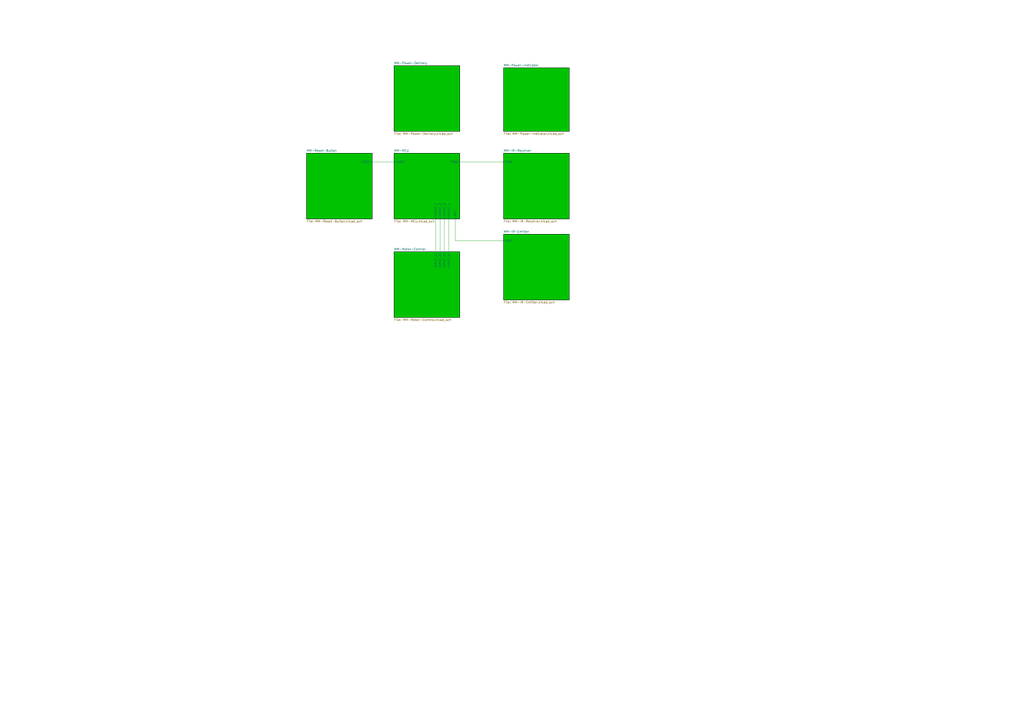
<source format=kicad_sch>
(kicad_sch
	(version 20250114)
	(generator "eeschema")
	(generator_version "9.0")
	(uuid "d311851a-8b0b-4acf-b2e7-1b968b2adbe7")
	(paper "A2")
	(lib_symbols)
	(wire
		(pts
			(xy 266.7 93.98) (xy 292.1 93.98)
		)
		(stroke
			(width 0)
			(type default)
		)
		(uuid "016de58c-118c-4b4b-b3c2-9ee2bee931d7")
	)
	(wire
		(pts
			(xy 257.81 127) (xy 257.81 146.05)
		)
		(stroke
			(width 0)
			(type default)
		)
		(uuid "297bc034-81ea-4641-a851-34429df27df6")
	)
	(wire
		(pts
			(xy 260.35 127) (xy 260.35 146.05)
		)
		(stroke
			(width 0)
			(type default)
		)
		(uuid "530149a5-183b-4330-bbf1-fe31db0b5e32")
	)
	(wire
		(pts
			(xy 255.27 127) (xy 255.27 146.05)
		)
		(stroke
			(width 0)
			(type default)
		)
		(uuid "8dce6371-98c1-4103-b027-2d57b8070efd")
	)
	(wire
		(pts
			(xy 215.9 93.98) (xy 228.6 93.98)
		)
		(stroke
			(width 0)
			(type default)
		)
		(uuid "947b9ca8-66e8-46bb-8532-2fa1119891ce")
	)
	(wire
		(pts
			(xy 264.16 139.7) (xy 292.1 139.7)
		)
		(stroke
			(width 0)
			(type default)
		)
		(uuid "977e15d2-3562-4d38-91c8-7f1d807fd9ac")
	)
	(wire
		(pts
			(xy 252.73 127) (xy 252.73 146.05)
		)
		(stroke
			(width 0)
			(type default)
		)
		(uuid "a8be9099-f729-4234-baf4-66cbb574f5e5")
	)
	(wire
		(pts
			(xy 264.16 127) (xy 264.16 139.7)
		)
		(stroke
			(width 0)
			(type default)
		)
		(uuid "ae3207ba-65b8-441d-996e-d185206bb7b2")
	)
	(sheet
		(at 177.8 88.9)
		(size 38.1 38.1)
		(exclude_from_sim no)
		(in_bom yes)
		(on_board yes)
		(dnp no)
		(fields_autoplaced yes)
		(stroke
			(width 0.254)
			(type solid)
			(color 0 0 0 1)
		)
		(fill
			(color 0 194 0 1.0000)
		)
		(uuid "084a0d9c-4e38-4ee1-a3cf-a1ffe53c2804")
		(property "Sheetname" "MM-Reset-Button"
			(at 177.8 88.1376 0)
			(effects
				(font
					(size 1.27 1.27)
				)
				(justify left bottom)
			)
		)
		(property "Sheetfile" "MM-Reset-Button.kicad_sch"
			(at 177.8 127.6354 0)
			(effects
				(font
					(size 1.27 1.27)
				)
				(justify left top)
			)
		)
		(pin " NRST" input
			(at 215.9 93.98 0)
			(uuid "2870d585-f26e-4e0e-b20e-3069fc40c9f5")
			(effects
				(font
					(size 1.27 1.27)
				)
				(justify right)
			)
		)
		(instances
			(project "IREmitter"
				(path "/d311851a-8b0b-4acf-b2e7-1b968b2adbe7"
					(page "3")
				)
			)
		)
	)
	(sheet
		(at 228.6 38.1)
		(size 38.1 38.1)
		(exclude_from_sim no)
		(in_bom yes)
		(on_board yes)
		(dnp no)
		(fields_autoplaced yes)
		(stroke
			(width 0.254)
			(type solid)
			(color 0 0 0 1)
		)
		(fill
			(color 0 194 0 1.0000)
		)
		(uuid "0b36aac1-160e-4635-9375-c6b7de12d273")
		(property "Sheetname" "MM-Power-Delivery"
			(at 228.6 37.3376 0)
			(effects
				(font
					(size 1.27 1.27)
				)
				(justify left bottom)
			)
		)
		(property "Sheetfile" "MM-Power-Delivery.kicad_sch"
			(at 228.6 76.8354 0)
			(effects
				(font
					(size 1.27 1.27)
				)
				(justify left top)
			)
		)
		(instances
			(project "IREmitter"
				(path "/d311851a-8b0b-4acf-b2e7-1b968b2adbe7"
					(page "7")
				)
			)
		)
	)
	(sheet
		(at 228.6 146.05)
		(size 38.1 38.1)
		(exclude_from_sim no)
		(in_bom yes)
		(on_board yes)
		(dnp no)
		(fields_autoplaced yes)
		(stroke
			(width 0.254)
			(type solid)
			(color 0 0 0 1)
		)
		(fill
			(color 0 194 0 1.0000)
		)
		(uuid "1d0e5a43-54ed-4736-85fc-b571bbabafee")
		(property "Sheetname" "MM-Motor-Control"
			(at 228.6 145.2876 0)
			(effects
				(font
					(size 1.27 1.27)
				)
				(justify left bottom)
			)
		)
		(property "Sheetfile" "MM-Motor-Control.kicad_sch"
			(at 228.6 184.7854 0)
			(effects
				(font
					(size 1.27 1.27)
				)
				(justify left top)
			)
		)
		(pin "INPUT_3" input
			(at 257.81 146.05 90)
			(uuid "d045f6f1-4894-4c30-af08-441a744b1c88")
			(effects
				(font
					(size 1.27 1.27)
				)
				(justify right)
			)
		)
		(pin "INPUT_2" input
			(at 255.27 146.05 90)
			(uuid "54686d10-a855-489c-a729-cd1c5a99e457")
			(effects
				(font
					(size 1.27 1.27)
				)
				(justify right)
			)
		)
		(pin "INPUT_4" input
			(at 260.35 146.05 90)
			(uuid "2a640455-98e5-4c54-b60c-5ac60d665448")
			(effects
				(font
					(size 1.27 1.27)
				)
				(justify right)
			)
		)
		(pin "INPUT_1" input
			(at 252.73 146.05 90)
			(uuid "fedaf9b7-13d8-4ac6-af15-b8e7763eb9b4")
			(effects
				(font
					(size 1.27 1.27)
				)
				(justify right)
			)
		)
		(instances
			(project "IREmitter"
				(path "/d311851a-8b0b-4acf-b2e7-1b968b2adbe7"
					(page "6")
				)
			)
		)
	)
	(sheet
		(at 228.6 88.9)
		(size 38.1 38.1)
		(exclude_from_sim no)
		(in_bom yes)
		(on_board yes)
		(dnp no)
		(fields_autoplaced yes)
		(stroke
			(width 0.254)
			(type solid)
			(color 0 0 0 1)
		)
		(fill
			(color 0 194 0 1.0000)
		)
		(uuid "2e1dc814-2c57-413c-a832-0cf6350c5f62")
		(property "Sheetname" "MM-MCU"
			(at 228.6 88.1376 0)
			(effects
				(font
					(size 1.27 1.27)
				)
				(justify left bottom)
			)
		)
		(property "Sheetfile" "MM-MCU.kicad_sch"
			(at 228.6 127.6354 0)
			(effects
				(font
					(size 1.27 1.27)
				)
				(justify left top)
			)
		)
		(pin "NRST" input
			(at 228.6 93.98 180)
			(uuid "d7e11411-17a0-4e2e-99c3-63f76160c9b7")
			(effects
				(font
					(size 1.27 1.27)
				)
				(justify left)
			)
		)
		(pin "PA6" input
			(at 266.7 93.98 0)
			(uuid "3ff30b5c-24ad-416f-8365-8fae3b110109")
			(effects
				(font
					(size 1.27 1.27)
				)
				(justify right)
			)
		)
		(pin "INPUT_4" input
			(at 260.35 127 270)
			(uuid "82c7b81a-bc23-4f86-919e-18a8dd68bfd6")
			(effects
				(font
					(size 1.27 1.27)
				)
				(justify left)
			)
		)
		(pin "PA7" input
			(at 264.16 127 270)
			(uuid "c230386e-46f5-41bb-ab87-7e08a1d3ce08")
			(effects
				(font
					(size 1.27 1.27)
				)
				(justify left)
			)
		)
		(pin "INPUT_1" input
			(at 252.73 127 270)
			(uuid "4e430581-25a9-49d8-bd2e-550ab958173a")
			(effects
				(font
					(size 1.27 1.27)
				)
				(justify left)
			)
		)
		(pin "INPUT_3" input
			(at 257.81 127 270)
			(uuid "14eb2d6c-7078-42b2-ad7a-86d56cf1808d")
			(effects
				(font
					(size 1.27 1.27)
				)
				(justify left)
			)
		)
		(pin "INPUT_2" input
			(at 255.27 127 270)
			(uuid "8c85ce4f-e94c-4e8c-bd2b-a458854d3772")
			(effects
				(font
					(size 1.27 1.27)
				)
				(justify left)
			)
		)
		(instances
			(project "IREmitter"
				(path "/d311851a-8b0b-4acf-b2e7-1b968b2adbe7"
					(page "2")
				)
			)
		)
	)
	(sheet
		(at 292.1 39.37)
		(size 38.1 36.83)
		(exclude_from_sim no)
		(in_bom yes)
		(on_board yes)
		(dnp no)
		(fields_autoplaced yes)
		(stroke
			(width 0.254)
			(type solid)
			(color 0 0 0 1)
		)
		(fill
			(color 0 194 0 1.0000)
		)
		(uuid "7e232de8-a719-408b-a25a-fa0b7a2171cb")
		(property "Sheetname" "MM-Power-Indicator"
			(at 292.1 38.6076 0)
			(effects
				(font
					(size 1.27 1.27)
				)
				(justify left bottom)
			)
		)
		(property "Sheetfile" "MM-Power-Indicator.kicad_sch"
			(at 292.1 76.8354 0)
			(effects
				(font
					(size 1.27 1.27)
				)
				(justify left top)
			)
		)
		(instances
			(project "IREmitter"
				(path "/d311851a-8b0b-4acf-b2e7-1b968b2adbe7"
					(page "8")
				)
			)
		)
	)
	(sheet
		(at 292.1 88.9)
		(size 38.1 38.1)
		(exclude_from_sim no)
		(in_bom yes)
		(on_board yes)
		(dnp no)
		(fields_autoplaced yes)
		(stroke
			(width 0.254)
			(type solid)
			(color 0 0 0 1)
		)
		(fill
			(color 0 194 0 1.0000)
		)
		(uuid "a2cdef98-9bd1-43e4-b13c-ed9d521cb9c8")
		(property "Sheetname" "MM-IR-Receiver"
			(at 292.1 88.1376 0)
			(effects
				(font
					(size 1.27 1.27)
				)
				(justify left bottom)
			)
		)
		(property "Sheetfile" "MM-IR-Receiver.kicad_sch"
			(at 292.1 127.6354 0)
			(effects
				(font
					(size 1.27 1.27)
				)
				(justify left top)
			)
		)
		(pin "PA6" input
			(at 292.1 93.98 180)
			(uuid "442357fc-43ab-43d3-aec9-4ca6780e20ed")
			(effects
				(font
					(size 1.27 1.27)
				)
				(justify left)
			)
		)
		(instances
			(project "IREmitter"
				(path "/d311851a-8b0b-4acf-b2e7-1b968b2adbe7"
					(page "5")
				)
			)
		)
	)
	(sheet
		(at 292.1 135.89)
		(size 38.1 38.1)
		(exclude_from_sim no)
		(in_bom yes)
		(on_board yes)
		(dnp no)
		(fields_autoplaced yes)
		(stroke
			(width 0.254)
			(type solid)
			(color 0 0 0 1)
		)
		(fill
			(color 0 194 0 1.0000)
		)
		(uuid "b0ddafb5-a55e-4fac-9b6d-00a4e7161424")
		(property "Sheetname" "MM-IR-Emitter"
			(at 292.1 135.1276 0)
			(effects
				(font
					(size 1.27 1.27)
				)
				(justify left bottom)
			)
		)
		(property "Sheetfile" "MM-IR-Emitter.kicad_sch"
			(at 292.1 174.6254 0)
			(effects
				(font
					(size 1.27 1.27)
				)
				(justify left top)
			)
		)
		(pin "PA7" input
			(at 292.1 139.7 180)
			(uuid "cb1c8546-00a1-4019-b433-170b2f999134")
			(effects
				(font
					(size 1.27 1.27)
				)
				(justify left)
			)
		)
		(instances
			(project "IREmitter"
				(path "/d311851a-8b0b-4acf-b2e7-1b968b2adbe7"
					(page "4")
				)
			)
		)
	)
	(sheet_instances
		(path "/"
			(page "1")
		)
	)
	(embedded_fonts no)
)

</source>
